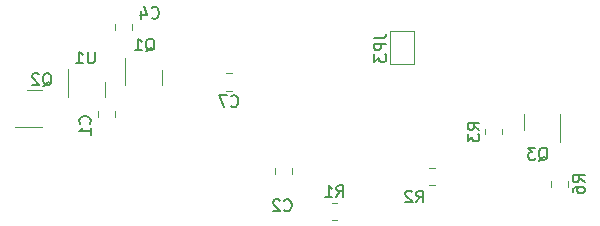
<source format=gbr>
%TF.GenerationSoftware,KiCad,Pcbnew,6.0.11-2627ca5db0~126~ubuntu22.04.1*%
%TF.CreationDate,2023-02-28T17:01:24-05:00*%
%TF.ProjectId,canbus-ds1820,63616e62-7573-42d6-9473-313832302e6b,1.0*%
%TF.SameCoordinates,Original*%
%TF.FileFunction,Legend,Bot*%
%TF.FilePolarity,Positive*%
%FSLAX46Y46*%
G04 Gerber Fmt 4.6, Leading zero omitted, Abs format (unit mm)*
G04 Created by KiCad (PCBNEW 6.0.11-2627ca5db0~126~ubuntu22.04.1) date 2023-02-28 17:01:24*
%MOMM*%
%LPD*%
G01*
G04 APERTURE LIST*
%ADD10C,0.150000*%
%ADD11C,0.120000*%
G04 APERTURE END LIST*
D10*
%TO.C,R6*%
X108927380Y-90783333D02*
X108451190Y-90450000D01*
X108927380Y-90211904D02*
X107927380Y-90211904D01*
X107927380Y-90592857D01*
X107975000Y-90688095D01*
X108022619Y-90735714D01*
X108117857Y-90783333D01*
X108260714Y-90783333D01*
X108355952Y-90735714D01*
X108403571Y-90688095D01*
X108451190Y-90592857D01*
X108451190Y-90211904D01*
X107927380Y-91640476D02*
X107927380Y-91450000D01*
X107975000Y-91354761D01*
X108022619Y-91307142D01*
X108165476Y-91211904D01*
X108355952Y-91164285D01*
X108736904Y-91164285D01*
X108832142Y-91211904D01*
X108879761Y-91259523D01*
X108927380Y-91354761D01*
X108927380Y-91545238D01*
X108879761Y-91640476D01*
X108832142Y-91688095D01*
X108736904Y-91735714D01*
X108498809Y-91735714D01*
X108403571Y-91688095D01*
X108355952Y-91640476D01*
X108308333Y-91545238D01*
X108308333Y-91354761D01*
X108355952Y-91259523D01*
X108403571Y-91211904D01*
X108498809Y-91164285D01*
%TO.C,R3*%
X100027380Y-86358333D02*
X99551190Y-86025000D01*
X100027380Y-85786904D02*
X99027380Y-85786904D01*
X99027380Y-86167857D01*
X99075000Y-86263095D01*
X99122619Y-86310714D01*
X99217857Y-86358333D01*
X99360714Y-86358333D01*
X99455952Y-86310714D01*
X99503571Y-86263095D01*
X99551190Y-86167857D01*
X99551190Y-85786904D01*
X99027380Y-86691666D02*
X99027380Y-87310714D01*
X99408333Y-86977380D01*
X99408333Y-87120238D01*
X99455952Y-87215476D01*
X99503571Y-87263095D01*
X99598809Y-87310714D01*
X99836904Y-87310714D01*
X99932142Y-87263095D01*
X99979761Y-87215476D01*
X100027380Y-87120238D01*
X100027380Y-86834523D01*
X99979761Y-86739285D01*
X99932142Y-86691666D01*
%TO.C,Q3*%
X105045238Y-88972619D02*
X105140476Y-88925000D01*
X105235714Y-88829761D01*
X105378571Y-88686904D01*
X105473809Y-88639285D01*
X105569047Y-88639285D01*
X105521428Y-88877380D02*
X105616666Y-88829761D01*
X105711904Y-88734523D01*
X105759523Y-88544047D01*
X105759523Y-88210714D01*
X105711904Y-88020238D01*
X105616666Y-87925000D01*
X105521428Y-87877380D01*
X105330952Y-87877380D01*
X105235714Y-87925000D01*
X105140476Y-88020238D01*
X105092857Y-88210714D01*
X105092857Y-88544047D01*
X105140476Y-88734523D01*
X105235714Y-88829761D01*
X105330952Y-88877380D01*
X105521428Y-88877380D01*
X104759523Y-87877380D02*
X104140476Y-87877380D01*
X104473809Y-88258333D01*
X104330952Y-88258333D01*
X104235714Y-88305952D01*
X104188095Y-88353571D01*
X104140476Y-88448809D01*
X104140476Y-88686904D01*
X104188095Y-88782142D01*
X104235714Y-88829761D01*
X104330952Y-88877380D01*
X104616666Y-88877380D01*
X104711904Y-88829761D01*
X104759523Y-88782142D01*
%TO.C,C7*%
X78991666Y-84337142D02*
X79039285Y-84384761D01*
X79182142Y-84432380D01*
X79277380Y-84432380D01*
X79420238Y-84384761D01*
X79515476Y-84289523D01*
X79563095Y-84194285D01*
X79610714Y-84003809D01*
X79610714Y-83860952D01*
X79563095Y-83670476D01*
X79515476Y-83575238D01*
X79420238Y-83480000D01*
X79277380Y-83432380D01*
X79182142Y-83432380D01*
X79039285Y-83480000D01*
X78991666Y-83527619D01*
X78658333Y-83432380D02*
X77991666Y-83432380D01*
X78420238Y-84432380D01*
%TO.C,U1*%
X67436904Y-79727380D02*
X67436904Y-80536904D01*
X67389285Y-80632142D01*
X67341666Y-80679761D01*
X67246428Y-80727380D01*
X67055952Y-80727380D01*
X66960714Y-80679761D01*
X66913095Y-80632142D01*
X66865476Y-80536904D01*
X66865476Y-79727380D01*
X65865476Y-80727380D02*
X66436904Y-80727380D01*
X66151190Y-80727380D02*
X66151190Y-79727380D01*
X66246428Y-79870238D01*
X66341666Y-79965476D01*
X66436904Y-80013095D01*
%TO.C,R1*%
X87916666Y-92052380D02*
X88250000Y-91576190D01*
X88488095Y-92052380D02*
X88488095Y-91052380D01*
X88107142Y-91052380D01*
X88011904Y-91100000D01*
X87964285Y-91147619D01*
X87916666Y-91242857D01*
X87916666Y-91385714D01*
X87964285Y-91480952D01*
X88011904Y-91528571D01*
X88107142Y-91576190D01*
X88488095Y-91576190D01*
X86964285Y-92052380D02*
X87535714Y-92052380D01*
X87250000Y-92052380D02*
X87250000Y-91052380D01*
X87345238Y-91195238D01*
X87440476Y-91290476D01*
X87535714Y-91338095D01*
%TO.C,C2*%
X83491666Y-93157142D02*
X83539285Y-93204761D01*
X83682142Y-93252380D01*
X83777380Y-93252380D01*
X83920238Y-93204761D01*
X84015476Y-93109523D01*
X84063095Y-93014285D01*
X84110714Y-92823809D01*
X84110714Y-92680952D01*
X84063095Y-92490476D01*
X84015476Y-92395238D01*
X83920238Y-92300000D01*
X83777380Y-92252380D01*
X83682142Y-92252380D01*
X83539285Y-92300000D01*
X83491666Y-92347619D01*
X83110714Y-92347619D02*
X83063095Y-92300000D01*
X82967857Y-92252380D01*
X82729761Y-92252380D01*
X82634523Y-92300000D01*
X82586904Y-92347619D01*
X82539285Y-92442857D01*
X82539285Y-92538095D01*
X82586904Y-92680952D01*
X83158333Y-93252380D01*
X82539285Y-93252380D01*
%TO.C,C4*%
X72266666Y-76857142D02*
X72314285Y-76904761D01*
X72457142Y-76952380D01*
X72552380Y-76952380D01*
X72695238Y-76904761D01*
X72790476Y-76809523D01*
X72838095Y-76714285D01*
X72885714Y-76523809D01*
X72885714Y-76380952D01*
X72838095Y-76190476D01*
X72790476Y-76095238D01*
X72695238Y-76000000D01*
X72552380Y-75952380D01*
X72457142Y-75952380D01*
X72314285Y-76000000D01*
X72266666Y-76047619D01*
X71409523Y-76285714D02*
X71409523Y-76952380D01*
X71647619Y-75904761D02*
X71885714Y-76619047D01*
X71266666Y-76619047D01*
%TO.C,C1*%
X67032142Y-85833333D02*
X67079761Y-85785714D01*
X67127380Y-85642857D01*
X67127380Y-85547619D01*
X67079761Y-85404761D01*
X66984523Y-85309523D01*
X66889285Y-85261904D01*
X66698809Y-85214285D01*
X66555952Y-85214285D01*
X66365476Y-85261904D01*
X66270238Y-85309523D01*
X66175000Y-85404761D01*
X66127380Y-85547619D01*
X66127380Y-85642857D01*
X66175000Y-85785714D01*
X66222619Y-85833333D01*
X67127380Y-86785714D02*
X67127380Y-86214285D01*
X67127380Y-86500000D02*
X66127380Y-86500000D01*
X66270238Y-86404761D01*
X66365476Y-86309523D01*
X66413095Y-86214285D01*
%TO.C,Q2*%
X63045238Y-82672619D02*
X63140476Y-82625000D01*
X63235714Y-82529761D01*
X63378571Y-82386904D01*
X63473809Y-82339285D01*
X63569047Y-82339285D01*
X63521428Y-82577380D02*
X63616666Y-82529761D01*
X63711904Y-82434523D01*
X63759523Y-82244047D01*
X63759523Y-81910714D01*
X63711904Y-81720238D01*
X63616666Y-81625000D01*
X63521428Y-81577380D01*
X63330952Y-81577380D01*
X63235714Y-81625000D01*
X63140476Y-81720238D01*
X63092857Y-81910714D01*
X63092857Y-82244047D01*
X63140476Y-82434523D01*
X63235714Y-82529761D01*
X63330952Y-82577380D01*
X63521428Y-82577380D01*
X62711904Y-81672619D02*
X62664285Y-81625000D01*
X62569047Y-81577380D01*
X62330952Y-81577380D01*
X62235714Y-81625000D01*
X62188095Y-81672619D01*
X62140476Y-81767857D01*
X62140476Y-81863095D01*
X62188095Y-82005952D01*
X62759523Y-82577380D01*
X62140476Y-82577380D01*
%TO.C,Q1*%
X71770238Y-79722619D02*
X71865476Y-79675000D01*
X71960714Y-79579761D01*
X72103571Y-79436904D01*
X72198809Y-79389285D01*
X72294047Y-79389285D01*
X72246428Y-79627380D02*
X72341666Y-79579761D01*
X72436904Y-79484523D01*
X72484523Y-79294047D01*
X72484523Y-78960714D01*
X72436904Y-78770238D01*
X72341666Y-78675000D01*
X72246428Y-78627380D01*
X72055952Y-78627380D01*
X71960714Y-78675000D01*
X71865476Y-78770238D01*
X71817857Y-78960714D01*
X71817857Y-79294047D01*
X71865476Y-79484523D01*
X71960714Y-79579761D01*
X72055952Y-79627380D01*
X72246428Y-79627380D01*
X70865476Y-79627380D02*
X71436904Y-79627380D01*
X71151190Y-79627380D02*
X71151190Y-78627380D01*
X71246428Y-78770238D01*
X71341666Y-78865476D01*
X71436904Y-78913095D01*
%TO.C,JP3*%
X91127380Y-78591666D02*
X91841666Y-78591666D01*
X91984523Y-78544047D01*
X92079761Y-78448809D01*
X92127380Y-78305952D01*
X92127380Y-78210714D01*
X92127380Y-79067857D02*
X91127380Y-79067857D01*
X91127380Y-79448809D01*
X91175000Y-79544047D01*
X91222619Y-79591666D01*
X91317857Y-79639285D01*
X91460714Y-79639285D01*
X91555952Y-79591666D01*
X91603571Y-79544047D01*
X91651190Y-79448809D01*
X91651190Y-79067857D01*
X91127380Y-79972619D02*
X91127380Y-80591666D01*
X91508333Y-80258333D01*
X91508333Y-80401190D01*
X91555952Y-80496428D01*
X91603571Y-80544047D01*
X91698809Y-80591666D01*
X91936904Y-80591666D01*
X92032142Y-80544047D01*
X92079761Y-80496428D01*
X92127380Y-80401190D01*
X92127380Y-80115476D01*
X92079761Y-80020238D01*
X92032142Y-79972619D01*
%TO.C,R2*%
X94691666Y-92502380D02*
X95025000Y-92026190D01*
X95263095Y-92502380D02*
X95263095Y-91502380D01*
X94882142Y-91502380D01*
X94786904Y-91550000D01*
X94739285Y-91597619D01*
X94691666Y-91692857D01*
X94691666Y-91835714D01*
X94739285Y-91930952D01*
X94786904Y-91978571D01*
X94882142Y-92026190D01*
X95263095Y-92026190D01*
X94310714Y-91597619D02*
X94263095Y-91550000D01*
X94167857Y-91502380D01*
X93929761Y-91502380D01*
X93834523Y-91550000D01*
X93786904Y-91597619D01*
X93739285Y-91692857D01*
X93739285Y-91788095D01*
X93786904Y-91930952D01*
X94358333Y-92502380D01*
X93739285Y-92502380D01*
D11*
%TO.C,R6*%
X107560000Y-91177064D02*
X107560000Y-90722936D01*
X106090000Y-91177064D02*
X106090000Y-90722936D01*
%TO.C,R3*%
X100490000Y-86297936D02*
X100490000Y-86752064D01*
X101960000Y-86297936D02*
X101960000Y-86752064D01*
%TO.C,Q3*%
X106885000Y-85687500D02*
X106885000Y-85037500D01*
X103765000Y-85687500D02*
X103765000Y-85037500D01*
X106885000Y-85687500D02*
X106885000Y-87362500D01*
X103765000Y-85687500D02*
X103765000Y-86337500D01*
%TO.C,C7*%
X78563748Y-81565000D02*
X79086252Y-81565000D01*
X78563748Y-83035000D02*
X79086252Y-83035000D01*
%TO.C,U1*%
X68285000Y-82925000D02*
X68285000Y-82275000D01*
X65165000Y-82925000D02*
X65165000Y-83575000D01*
X65165000Y-82925000D02*
X65165000Y-81250000D01*
X68285000Y-82925000D02*
X68285000Y-83575000D01*
%TO.C,R1*%
X87977064Y-93985000D02*
X87522936Y-93985000D01*
X87977064Y-92515000D02*
X87522936Y-92515000D01*
%TO.C,C2*%
X82715000Y-90111252D02*
X82715000Y-89588748D01*
X84185000Y-90111252D02*
X84185000Y-89588748D01*
%TO.C,C4*%
X69165000Y-77936252D02*
X69165000Y-77413748D01*
X70635000Y-77936252D02*
X70635000Y-77413748D01*
%TO.C,C1*%
X69160000Y-84726248D02*
X69160000Y-85248752D01*
X67690000Y-84726248D02*
X67690000Y-85248752D01*
%TO.C,Q2*%
X62375000Y-86135000D02*
X60700000Y-86135000D01*
X62375000Y-83015000D02*
X63025000Y-83015000D01*
X62375000Y-86135000D02*
X63025000Y-86135000D01*
X62375000Y-83015000D02*
X61725000Y-83015000D01*
%TO.C,Q1*%
X73110000Y-81937500D02*
X73110000Y-81287500D01*
X73110000Y-81937500D02*
X73110000Y-82587500D01*
X69990000Y-81937500D02*
X69990000Y-80262500D01*
X69990000Y-81937500D02*
X69990000Y-82587500D01*
%TO.C,JP3*%
X92475000Y-80825000D02*
X94475000Y-80825000D01*
X94475000Y-80825000D02*
X94475000Y-78025000D01*
X94475000Y-78025000D02*
X92475000Y-78025000D01*
X92475000Y-78025000D02*
X92475000Y-80825000D01*
%TO.C,R2*%
X95772936Y-91060000D02*
X96227064Y-91060000D01*
X95772936Y-89590000D02*
X96227064Y-89590000D01*
%TD*%
M02*

</source>
